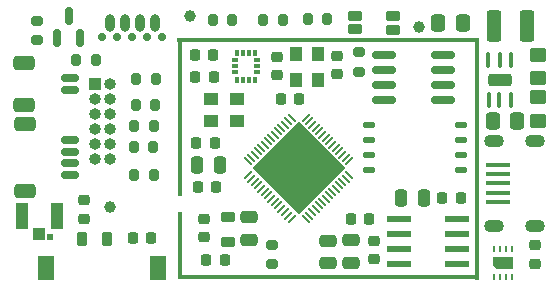
<source format=gbr>
%TF.GenerationSoftware,KiCad,Pcbnew,(6.0.9)*%
%TF.CreationDate,2022-11-24T16:48:46+01:00*%
%TF.ProjectId,LDAD ATOM PRO,4c444144-2041-4544-9f4d-2050524f2e6b,5.3*%
%TF.SameCoordinates,Original*%
%TF.FileFunction,Soldermask,Top*%
%TF.FilePolarity,Negative*%
%FSLAX46Y46*%
G04 Gerber Fmt 4.6, Leading zero omitted, Abs format (unit mm)*
G04 Created by KiCad (PCBNEW (6.0.9)) date 2022-11-24 16:48:46*
%MOMM*%
%LPD*%
G01*
G04 APERTURE LIST*
G04 Aperture macros list*
%AMRoundRect*
0 Rectangle with rounded corners*
0 $1 Rounding radius*
0 $2 $3 $4 $5 $6 $7 $8 $9 X,Y pos of 4 corners*
0 Add a 4 corners polygon primitive as box body*
4,1,4,$2,$3,$4,$5,$6,$7,$8,$9,$2,$3,0*
0 Add four circle primitives for the rounded corners*
1,1,$1+$1,$2,$3*
1,1,$1+$1,$4,$5*
1,1,$1+$1,$6,$7*
1,1,$1+$1,$8,$9*
0 Add four rect primitives between the rounded corners*
20,1,$1+$1,$2,$3,$4,$5,0*
20,1,$1+$1,$4,$5,$6,$7,0*
20,1,$1+$1,$6,$7,$8,$9,0*
20,1,$1+$1,$8,$9,$2,$3,0*%
%AMRotRect*
0 Rectangle, with rotation*
0 The origin of the aperture is its center*
0 $1 length*
0 $2 width*
0 $3 Rotation angle, in degrees counterclockwise*
0 Add horizontal line*
21,1,$1,$2,0,0,$3*%
%AMFreePoly0*
4,1,6,0.500000,-0.850000,-0.500000,-0.850000,-0.500000,0.550000,-0.200000,0.850000,0.500000,0.850000,0.500000,-0.850000,0.500000,-0.850000,$1*%
G04 Aperture macros list end*
%ADD10RoundRect,0.225000X-0.250000X0.225000X-0.250000X-0.225000X0.250000X-0.225000X0.250000X0.225000X0*%
%ADD11RoundRect,0.250000X0.475000X-0.250000X0.475000X0.250000X-0.475000X0.250000X-0.475000X-0.250000X0*%
%ADD12RoundRect,0.250000X-0.450000X0.350000X-0.450000X-0.350000X0.450000X-0.350000X0.450000X0.350000X0*%
%ADD13RoundRect,0.250000X-0.250000X-0.475000X0.250000X-0.475000X0.250000X0.475000X-0.250000X0.475000X0*%
%ADD14RoundRect,0.200000X-0.200000X-0.275000X0.200000X-0.275000X0.200000X0.275000X-0.200000X0.275000X0*%
%ADD15RoundRect,0.200000X0.200000X0.275000X-0.200000X0.275000X-0.200000X-0.275000X0.200000X-0.275000X0*%
%ADD16R,1.300000X1.000000*%
%ADD17RoundRect,0.225000X0.225000X0.250000X-0.225000X0.250000X-0.225000X-0.250000X0.225000X-0.250000X0*%
%ADD18RoundRect,0.050000X-0.238649X-0.309359X0.309359X0.238649X0.238649X0.309359X-0.309359X-0.238649X0*%
%ADD19RoundRect,0.050000X0.238649X-0.309359X0.309359X-0.238649X-0.238649X0.309359X-0.309359X0.238649X0*%
%ADD20RotRect,5.600000X5.600000X45.000000*%
%ADD21RoundRect,0.200000X0.275000X-0.200000X0.275000X0.200000X-0.275000X0.200000X-0.275000X-0.200000X0*%
%ADD22RoundRect,0.225000X-0.225000X-0.250000X0.225000X-0.250000X0.225000X0.250000X-0.225000X0.250000X0*%
%ADD23R,2.000000X0.400000*%
%ADD24O,1.700000X1.100000*%
%ADD25RoundRect,0.225000X0.250000X-0.225000X0.250000X0.225000X-0.250000X0.225000X-0.250000X-0.225000X0*%
%ADD26R,0.250000X0.550000*%
%ADD27FreePoly0,90.000000*%
%ADD28R,1.100000X2.250000*%
%ADD29R,1.050000X1.100000*%
%ADD30RoundRect,0.250000X0.337500X0.475000X-0.337500X0.475000X-0.337500X-0.475000X0.337500X-0.475000X0*%
%ADD31C,1.000000*%
%ADD32RoundRect,0.250000X-0.375000X-1.075000X0.375000X-1.075000X0.375000X1.075000X-0.375000X1.075000X0*%
%ADD33RoundRect,0.150000X-0.825000X-0.150000X0.825000X-0.150000X0.825000X0.150000X-0.825000X0.150000X0*%
%ADD34R,1.400000X2.100000*%
%ADD35RoundRect,0.150000X0.150000X-0.587500X0.150000X0.587500X-0.150000X0.587500X-0.150000X-0.587500X0*%
%ADD36RoundRect,0.218750X0.381250X-0.218750X0.381250X0.218750X-0.381250X0.218750X-0.381250X-0.218750X0*%
%ADD37RoundRect,0.124800X-0.475200X-0.275200X0.475200X-0.275200X0.475200X0.275200X-0.475200X0.275200X0*%
%ADD38R,25.500000X0.400000*%
%ADD39R,0.400000X20.500000*%
%ADD40RoundRect,0.100000X-0.100000X-0.550000X0.100000X-0.550000X0.100000X0.550000X-0.100000X0.550000X0*%
%ADD41RoundRect,0.262500X0.737500X0.262500X-0.737500X0.262500X-0.737500X-0.262500X0.737500X-0.262500X0*%
%ADD42RoundRect,0.100000X0.100000X0.550000X-0.100000X0.550000X-0.100000X-0.550000X0.100000X-0.550000X0*%
%ADD43RoundRect,0.150000X-0.625000X0.150000X-0.625000X-0.150000X0.625000X-0.150000X0.625000X0.150000X0*%
%ADD44RoundRect,0.250000X-0.650000X0.350000X-0.650000X-0.350000X0.650000X-0.350000X0.650000X0.350000X0*%
%ADD45RoundRect,0.066000X-0.404000X-0.154000X0.404000X-0.154000X0.404000X0.154000X-0.404000X0.154000X0*%
%ADD46RoundRect,0.218750X-0.218750X-0.381250X0.218750X-0.381250X0.218750X0.381250X-0.218750X0.381250X0*%
%ADD47R,0.400000X5.700000*%
%ADD48R,1.000000X1.000000*%
%ADD49O,1.000000X1.000000*%
%ADD50R,0.500000X0.500000*%
%ADD51R,25.400000X0.400000*%
%ADD52R,0.400000X13.300000*%
%ADD53RoundRect,0.041300X0.948700X0.253700X-0.948700X0.253700X-0.948700X-0.253700X0.948700X-0.253700X0*%
%ADD54R,0.350000X0.580000*%
%ADD55R,0.580000X0.350000*%
%ADD56R,1.000000X1.300000*%
%ADD57C,0.700000*%
%ADD58O,0.800000X1.500000*%
G04 APERTURE END LIST*
D10*
%TO.C,EC20*%
X132490000Y-103765000D03*
X132490000Y-105315000D03*
%TD*%
D11*
%TO.C,EC18*%
X142960000Y-107490000D03*
X142960000Y-105590000D03*
%TD*%
D10*
%TO.C,AUC1*%
X146860000Y-105625000D03*
X146860000Y-107175000D03*
%TD*%
D12*
%TO.C,AR1*%
X160690000Y-89850000D03*
X160690000Y-91850000D03*
%TD*%
D13*
%TO.C,EC25*%
X149140000Y-102010000D03*
X151040000Y-102010000D03*
%TD*%
D14*
%TO.C,LR1*%
X141215000Y-86810000D03*
X142865000Y-86810000D03*
%TD*%
D15*
%TO.C,EXP_R2*%
X128185000Y-95850000D03*
X126535000Y-95850000D03*
%TD*%
D16*
%TO.C,ECY3*%
X133020000Y-95412500D03*
X135220000Y-95412500D03*
X135220000Y-93612500D03*
X133020000Y-93612500D03*
%TD*%
D17*
%TO.C,EC60*%
X133255000Y-91730000D03*
X131705000Y-91730000D03*
%TD*%
%TO.C,EC61*%
X133355000Y-97350000D03*
X131805000Y-97350000D03*
%TD*%
D18*
%TO.C,ESP32S3*%
X136180894Y-100062202D03*
X136463737Y-100345045D03*
X136746579Y-100627887D03*
X137029422Y-100910730D03*
X137312265Y-101193573D03*
X137595107Y-101476415D03*
X137877950Y-101759258D03*
X138160793Y-102042101D03*
X138443636Y-102324944D03*
X138726478Y-102607786D03*
X139009321Y-102890629D03*
X139292164Y-103173472D03*
X139575006Y-103456314D03*
X139857849Y-103739157D03*
D19*
X141042253Y-103739157D03*
X141325096Y-103456314D03*
X141607938Y-103173472D03*
X141890781Y-102890629D03*
X142173624Y-102607786D03*
X142456466Y-102324944D03*
X142739309Y-102042101D03*
X143022152Y-101759258D03*
X143304995Y-101476415D03*
X143587837Y-101193573D03*
X143870680Y-100910730D03*
X144153523Y-100627887D03*
X144436365Y-100345045D03*
X144719208Y-100062202D03*
D18*
X144719208Y-98877798D03*
X144436365Y-98594955D03*
X144153523Y-98312113D03*
X143870680Y-98029270D03*
X143587837Y-97746427D03*
X143304995Y-97463585D03*
X143022152Y-97180742D03*
X142739309Y-96897899D03*
X142456466Y-96615056D03*
X142173624Y-96332214D03*
X141890781Y-96049371D03*
X141607938Y-95766528D03*
X141325096Y-95483686D03*
X141042253Y-95200843D03*
D19*
X139857849Y-95200843D03*
X139575006Y-95483686D03*
X139292164Y-95766528D03*
X139009321Y-96049371D03*
X138726478Y-96332214D03*
X138443636Y-96615056D03*
X138160793Y-96897899D03*
X137877950Y-97180742D03*
X137595107Y-97463585D03*
X137312265Y-97746427D03*
X137029422Y-98029270D03*
X136746579Y-98312113D03*
X136463737Y-98594955D03*
X136180894Y-98877798D03*
D20*
X140450051Y-99470000D03*
%TD*%
D21*
%TO.C,ER1*%
X138220000Y-107567500D03*
X138220000Y-105917500D03*
%TD*%
D14*
%TO.C,ER3*%
X121625000Y-90270000D03*
X123275000Y-90270000D03*
%TD*%
D22*
%TO.C,EC38*%
X126415000Y-105320000D03*
X127965000Y-105320000D03*
%TD*%
D23*
%TO.C,J2*%
X157325000Y-102330000D03*
X157325000Y-101530000D03*
X157330000Y-100725000D03*
X157320000Y-99935000D03*
X157330000Y-99155000D03*
D24*
X156990000Y-97160000D03*
X160470000Y-97140000D03*
X160470000Y-104360000D03*
X157000000Y-104350000D03*
%TD*%
D25*
%TO.C,SHC1*%
X160450000Y-107535000D03*
X160450000Y-105985000D03*
%TD*%
D21*
%TO.C,PSR1*%
X145540000Y-91285000D03*
X145540000Y-89635000D03*
%TD*%
D26*
%TO.C,SH1*%
X157010000Y-108635000D03*
X157510000Y-108635000D03*
X158010000Y-108635000D03*
X158510000Y-108635000D03*
X158510000Y-106285000D03*
X158010000Y-106285000D03*
X157510000Y-106285000D03*
X157010000Y-106285000D03*
D27*
X157760000Y-107460000D03*
%TD*%
D28*
%TO.C,J20*%
X117020000Y-103460000D03*
X119970000Y-103460000D03*
D29*
X118495000Y-105010000D03*
%TD*%
D22*
%TO.C,EC26*%
X144875000Y-103770000D03*
X146425000Y-103770000D03*
%TD*%
D30*
%TO.C,AC1*%
X154357500Y-87190000D03*
X152282500Y-87190000D03*
%TD*%
D11*
%TO.C,EC40*%
X136280000Y-105520000D03*
X136280000Y-103620000D03*
%TD*%
D15*
%TO.C,EXP_R1*%
X128305000Y-94100000D03*
X126655000Y-94100000D03*
%TD*%
D31*
%TO.C,TP2*%
X150660000Y-87530000D03*
%TD*%
D11*
%TO.C,EC17*%
X144870000Y-107470000D03*
X144870000Y-105570000D03*
%TD*%
D32*
%TO.C,AL1*%
X157020000Y-87400000D03*
X159820000Y-87400000D03*
%TD*%
D33*
%TO.C,EPS1*%
X147715000Y-89825000D03*
X147715000Y-91095000D03*
X147715000Y-92365000D03*
X147715000Y-93635000D03*
X152665000Y-93635000D03*
X152665000Y-92365000D03*
X152665000Y-91095000D03*
X152665000Y-89825000D03*
%TD*%
D14*
%TO.C,ICR1*%
X133175000Y-86890000D03*
X134825000Y-86890000D03*
%TD*%
D34*
%TO.C,ANT1*%
X119040000Y-107880000D03*
X128540000Y-107880000D03*
%TD*%
D22*
%TO.C,EC16*%
X138975000Y-93570000D03*
X140525000Y-93570000D03*
%TD*%
%TO.C,IMUC1*%
X131685000Y-89870000D03*
X133235000Y-89870000D03*
%TD*%
D15*
%TO.C,EXP_R3*%
X128155000Y-97630000D03*
X126505000Y-97630000D03*
%TD*%
D35*
%TO.C,Q5*%
X120040000Y-88397500D03*
X121940000Y-88397500D03*
X120990000Y-86522500D03*
%TD*%
D15*
%TO.C,EXP_R4*%
X128185000Y-100050000D03*
X126535000Y-100050000D03*
%TD*%
D25*
%TO.C,EC51*%
X143720000Y-91475000D03*
X143720000Y-89925000D03*
%TD*%
D22*
%TO.C,EC15*%
X131925000Y-101070000D03*
X133475000Y-101070000D03*
%TD*%
D31*
%TO.C,TP3*%
X124450000Y-102705000D03*
%TD*%
D14*
%TO.C,IDR1*%
X137455000Y-86900000D03*
X139105000Y-86900000D03*
%TD*%
D21*
%TO.C,QR1*%
X118350000Y-88605000D03*
X118350000Y-86955000D03*
%TD*%
D36*
%TO.C,L2*%
X134480000Y-105672500D03*
X134480000Y-103547500D03*
%TD*%
D30*
%TO.C,AC2*%
X158987500Y-95470000D03*
X156912500Y-95470000D03*
%TD*%
D37*
%TO.C,LED1*%
X145230000Y-87700000D03*
X148410000Y-87710000D03*
X145230000Y-86560000D03*
X148420000Y-86590000D03*
%TD*%
D17*
%TO.C,EC19*%
X134205000Y-107260000D03*
X132655000Y-107260000D03*
%TD*%
D38*
%TO.C,*%
X142930000Y-108670000D03*
%TD*%
D13*
%TO.C,EC14*%
X131880000Y-99220000D03*
X133780000Y-99220000D03*
%TD*%
D39*
%TO.C,REF\u002A\u002A*%
X155530000Y-98650000D03*
%TD*%
D40*
%TO.C,AU1*%
X158440000Y-90290000D03*
X157500000Y-90295000D03*
D41*
X157475000Y-92010000D03*
D40*
X156515000Y-90295000D03*
D42*
X156545000Y-93685000D03*
X157460000Y-93680000D03*
X158420000Y-93680000D03*
%TD*%
D43*
%TO.C,I2C2*%
X121140000Y-97050000D03*
X121140000Y-98050000D03*
X121140000Y-99050000D03*
X121140000Y-100050000D03*
D44*
X117265000Y-101350000D03*
X117265000Y-95750000D03*
%TD*%
D25*
%TO.C,EC50*%
X138620000Y-91575000D03*
X138620000Y-90025000D03*
%TD*%
D45*
%TO.C,ESP_FLASH1*%
X146395000Y-95755000D03*
X146395000Y-97025000D03*
X146395000Y-98295000D03*
X146395000Y-99565000D03*
X154185000Y-99565000D03*
X154185000Y-98295000D03*
X154185000Y-97025000D03*
X154185000Y-95755000D03*
%TD*%
D25*
%TO.C,EC37*%
X122320000Y-103735000D03*
X122320000Y-102185000D03*
%TD*%
D46*
%TO.C,EL4*%
X122087500Y-105430000D03*
X124212500Y-105430000D03*
%TD*%
D12*
%TO.C,AR2*%
X160750000Y-93460000D03*
X160750000Y-95460000D03*
%TD*%
D43*
%TO.C,J3*%
X121080000Y-91840000D03*
X121080000Y-92840000D03*
D44*
X117205000Y-94140000D03*
X117205000Y-90540000D03*
%TD*%
D47*
%TO.C,*%
X130430000Y-105980000D03*
%TD*%
D48*
%TO.C,J1*%
X123205000Y-92335000D03*
D49*
X124475000Y-92335000D03*
X123205000Y-93605000D03*
X124475000Y-93605000D03*
X123205000Y-94875000D03*
X124475000Y-94875000D03*
X123205000Y-96145000D03*
X124475000Y-96145000D03*
X123205000Y-97415000D03*
X124475000Y-97415000D03*
X123205000Y-98685000D03*
X124475000Y-98685000D03*
%TD*%
D50*
%TO.C,REF\u002A\u002A*%
X118765000Y-105305000D03*
X119390000Y-105310000D03*
%TD*%
D51*
%TO.C,*%
X142890000Y-88610000D03*
%TD*%
D52*
%TO.C,REF\u002A\u002A*%
X130430000Y-95190000D03*
%TD*%
D53*
%TO.C,U2*%
X153870000Y-107585000D03*
X153870000Y-106315000D03*
X153870000Y-105045000D03*
X153870000Y-103775000D03*
X148930000Y-103775000D03*
X148930000Y-105045000D03*
X148930000Y-106315000D03*
X148930000Y-107585000D03*
%TD*%
D54*
%TO.C,IMU1*%
X136760000Y-89655000D03*
X136260000Y-89655000D03*
X135760000Y-89655000D03*
X135260000Y-89655000D03*
D55*
X135085000Y-90330000D03*
X135085000Y-90830000D03*
X135085000Y-91330000D03*
D54*
X135260000Y-92005000D03*
X135760000Y-92005000D03*
X136260000Y-92005000D03*
X136760000Y-92005000D03*
D55*
X136935000Y-91330000D03*
X136935000Y-90830000D03*
X136935000Y-90330000D03*
%TD*%
D14*
%TO.C,ER2*%
X126695000Y-91900000D03*
X128345000Y-91900000D03*
%TD*%
D17*
%TO.C,EC24*%
X154175000Y-101980000D03*
X152625000Y-101980000D03*
%TD*%
D56*
%TO.C,ECY2*%
X142060000Y-92000000D03*
X142060000Y-89800000D03*
X140260000Y-89800000D03*
X140260000Y-92000000D03*
%TD*%
D31*
%TO.C,TP1*%
X131290000Y-86530000D03*
%TD*%
D57*
%TO.C,ICSP1*%
X125100000Y-88305500D03*
X126370000Y-88305500D03*
X123830000Y-88305500D03*
X128910000Y-88305500D03*
X127640000Y-88305500D03*
D58*
X124465000Y-87150500D03*
X125735000Y-87150500D03*
X127005000Y-87150500D03*
X128275000Y-87150500D03*
%TD*%
M02*

</source>
